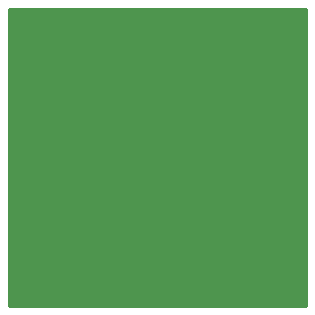
<source format=gbs>
G04 #@! TF.GenerationSoftware,KiCad,Pcbnew,(5.0.0-rc2-dev-262-gdfd2a8fc4)*
G04 #@! TF.CreationDate,2018-03-21T15:36:15-07:00*
G04 #@! TF.ProjectId,BaseBandAmp_03202018,4261736542616E64416D705F30333230,rev?*
G04 #@! TF.SameCoordinates,Original*
G04 #@! TF.FileFunction,Soldermask,Bot*
G04 #@! TF.FilePolarity,Negative*
%FSLAX46Y46*%
G04 Gerber Fmt 4.6, Leading zero omitted, Abs format (unit mm)*
G04 Created by KiCad (PCBNEW (5.0.0-rc2-dev-262-gdfd2a8fc4)) date 03/21/18 15:36:15*
%MOMM*%
%LPD*%
G01*
G04 APERTURE LIST*
%ADD10C,0.508000*%
%ADD11C,0.254000*%
G04 APERTURE END LIST*
D10*
X143129000Y-60960000D03*
X141986000Y-60960000D03*
X140843000Y-60960000D03*
X139700000Y-60960000D03*
X136525000Y-60833000D03*
X135382000Y-60833000D03*
X134366000Y-60833000D03*
X138176000Y-67056000D03*
X139192000Y-67056000D03*
X131191000Y-62992000D03*
X127889000Y-79629000D03*
X134493000Y-62992000D03*
X133731000Y-62992000D03*
X132969000Y-62992000D03*
X146812000Y-73914000D03*
X145796000Y-73914000D03*
X144780000Y-73914000D03*
X143764000Y-73914000D03*
X142748000Y-73914000D03*
X141732000Y-73914000D03*
X140716000Y-73914000D03*
X139700000Y-73914000D03*
X138684000Y-73914000D03*
X137668000Y-73914000D03*
X136652000Y-73914000D03*
X135636000Y-73914000D03*
X134620000Y-73914000D03*
X133604000Y-73914000D03*
X132588000Y-73914000D03*
X146812000Y-72898000D03*
X145796000Y-72898000D03*
X144780000Y-72898000D03*
X143764000Y-72898000D03*
X142748000Y-72898000D03*
X141732000Y-72898000D03*
X140716000Y-72898000D03*
X139700000Y-72898000D03*
X138684000Y-72898000D03*
X137668000Y-72898000D03*
X136652000Y-72898000D03*
X135636000Y-72898000D03*
X134620000Y-72898000D03*
X133604000Y-72898000D03*
X132588000Y-72898000D03*
X146812000Y-71882000D03*
X145796000Y-71882000D03*
X144780000Y-71882000D03*
X143764000Y-71882000D03*
X142748000Y-71882000D03*
X141732000Y-71882000D03*
X140716000Y-71882000D03*
X139700000Y-71882000D03*
X138684000Y-71882000D03*
X137668000Y-71882000D03*
X136652000Y-71882000D03*
X135636000Y-71882000D03*
X134620000Y-71882000D03*
X133604000Y-71882000D03*
X132588000Y-71882000D03*
X140208000Y-67056000D03*
X140208000Y-66294000D03*
X140208000Y-65532000D03*
X140208000Y-64770000D03*
X140208000Y-64008000D03*
X149606000Y-70231000D03*
X148717000Y-70231000D03*
X147955000Y-70231000D03*
X147193000Y-70231000D03*
X146431000Y-70231000D03*
X145669000Y-70231000D03*
X144907000Y-70231000D03*
X144145000Y-70231000D03*
X143383000Y-70231000D03*
X142621000Y-70231000D03*
X141859000Y-70231000D03*
X134366000Y-69596000D03*
X133223000Y-69596000D03*
X130429000Y-57658000D03*
X130429000Y-58547000D03*
X130429000Y-59309000D03*
X130429000Y-60071000D03*
X130429000Y-60833000D03*
X130429000Y-61595000D03*
X130429000Y-62484000D03*
X132207000Y-62992000D03*
X132207000Y-63754000D03*
X132207000Y-64516000D03*
X132207000Y-65278000D03*
X132207000Y-66040000D03*
X151511000Y-57912000D03*
X151511000Y-58928000D03*
X151511000Y-59690000D03*
X151511000Y-60452000D03*
X151511000Y-61214000D03*
X151511000Y-61976000D03*
X151511000Y-62738000D03*
X151511000Y-63500000D03*
X151511000Y-64262000D03*
X151511000Y-71882000D03*
X151511000Y-72644000D03*
X151511000Y-73406000D03*
X151511000Y-74168000D03*
X151511000Y-74930000D03*
X151511000Y-75692000D03*
X151511000Y-76454000D03*
X151511000Y-77216000D03*
X151511000Y-77978000D03*
X151511000Y-78740000D03*
X151511000Y-79502000D03*
X151511000Y-80264000D03*
X150749000Y-80264000D03*
X149987000Y-80264000D03*
X149225000Y-80264000D03*
X148463000Y-80264000D03*
X147701000Y-80264000D03*
X146939000Y-80264000D03*
X146177000Y-80264000D03*
X145415000Y-80264000D03*
X144653000Y-80264000D03*
X143891000Y-80264000D03*
X143129000Y-80264000D03*
X142367000Y-80264000D03*
X141605000Y-80264000D03*
X140843000Y-80264000D03*
X140081000Y-80264000D03*
X139319000Y-80264000D03*
X138557000Y-80264000D03*
X137795000Y-80264000D03*
X137033000Y-80264000D03*
X136271000Y-80264000D03*
X135509000Y-80264000D03*
X134747000Y-80264000D03*
X133985000Y-80264000D03*
X133223000Y-80264000D03*
X132461000Y-80264000D03*
X131699000Y-80264000D03*
X130937000Y-80264000D03*
X130175000Y-80264000D03*
X129413000Y-80264000D03*
X128651000Y-80264000D03*
X127889000Y-80264000D03*
X127889000Y-78994000D03*
X127889000Y-78232000D03*
X127889000Y-77470000D03*
X127889000Y-76708000D03*
X127889000Y-75946000D03*
X127889000Y-75184000D03*
X127889000Y-74422000D03*
X127889000Y-73660000D03*
X127889000Y-72898000D03*
X127889000Y-72136000D03*
X127889000Y-65278000D03*
X127889000Y-64516000D03*
X127889000Y-63754000D03*
X127889000Y-62992000D03*
X127889000Y-62230000D03*
X127889000Y-61468000D03*
X127889000Y-60706000D03*
X127889000Y-59944000D03*
X127889000Y-59182000D03*
X127889000Y-58420000D03*
X127889000Y-57658000D03*
X151511000Y-56896000D03*
X150749000Y-56896000D03*
X149987000Y-56896000D03*
X149225000Y-56896000D03*
X148463000Y-56896000D03*
X147701000Y-56896000D03*
X146939000Y-56896000D03*
X146177000Y-56896000D03*
X145415000Y-56896000D03*
X144653000Y-56896000D03*
X143891000Y-56896000D03*
X143129000Y-56896000D03*
X142367000Y-56896000D03*
X141605000Y-56896000D03*
X140843000Y-56896000D03*
X140081000Y-56896000D03*
X139319000Y-56896000D03*
X138557000Y-56896000D03*
X137795000Y-56896000D03*
X137033000Y-56896000D03*
X136271000Y-56896000D03*
X135509000Y-56896000D03*
X134747000Y-56896000D03*
X133985000Y-56896000D03*
X133223000Y-56896000D03*
X132461000Y-56896000D03*
X131699000Y-56896000D03*
X130937000Y-56896000D03*
X130175000Y-56896000D03*
X129413000Y-56896000D03*
X128651000Y-56896000D03*
X143256000Y-63246000D03*
X142494000Y-63246000D03*
X141732000Y-63246000D03*
X140970000Y-63246000D03*
X140208000Y-63246000D03*
X127889000Y-56896000D03*
D11*
G36*
X152273000Y-81153000D02*
X127127000Y-81153000D01*
X127127000Y-56007000D01*
X152273000Y-56007000D01*
X152273000Y-81153000D01*
X152273000Y-81153000D01*
G37*
X152273000Y-81153000D02*
X127127000Y-81153000D01*
X127127000Y-56007000D01*
X152273000Y-56007000D01*
X152273000Y-81153000D01*
M02*

</source>
